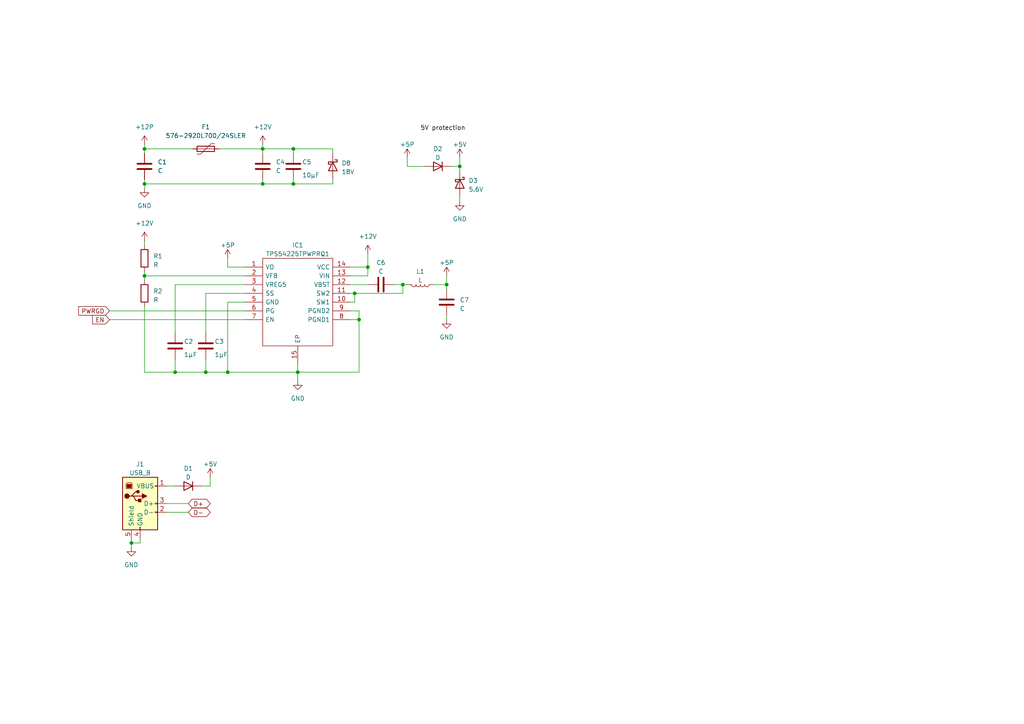
<source format=kicad_sch>
(kicad_sch (version 20220103) (generator eeschema)
  (paper "A4")
  (lib_symbols
    (symbol "Connector:USB_B" (pin_names (offset 1.016))
      (property "Reference" "J" (at -5.08 11.43 0))
      (property "Value" "USB_B" (at -5.08 8.89 0))
      (symbol "USB_B_0_1"
        (rectangle (start -5.08 -7.62) (end 5.08 7.62) (stroke (width 0.254)) (fill (type background)))
        (circle (center -3.81 2.159) (radius 0.635) (stroke (width 0.254)) (fill (type outline)))
        (rectangle (start -3.81 5.588) (end -2.54 4.572) (fill (type outline)))
        (circle (center -0.635 3.429) (radius 0.381) (stroke (width 0.254)) (fill (type outline)))
        (rectangle (start -0.127 -7.62) (end 0.127 -6.858))
        (polyline (pts (xy -1.905 2.159) (xy 0.635 2.159)) (stroke (width 0.254)))
        (polyline (pts (xy -3.175 2.159) (xy -2.54 2.159) (xy -1.27 3.429) (xy -0.635 3.429)) (stroke (width 0.254)))
        (polyline (pts (xy -2.54 2.159) (xy -1.905 2.159) (xy -1.27 0.889) (xy 0 0.889)) (stroke (width 0.254)))
        (polyline (pts (xy 0.635 2.794) (xy 0.635 1.524) (xy 1.905 2.159) (xy 0.635 2.794)) (stroke (width 0.254)) (fill (type outline)))
        (polyline (pts (xy -4.064 4.318) (xy -2.286 4.318) (xy -2.286 5.715) (xy -2.667 6.096) (xy -3.683 6.096) (xy -4.064 5.715) (xy -4.064 4.318)))
        (rectangle (start 0.254 1.27) (end -0.508 0.508) (stroke (width 0.254)) (fill (type outline)))
        (rectangle (start 5.08 -2.667) (end 4.318 -2.413))
        (rectangle (start 5.08 -0.127) (end 4.318 0.127))
        (rectangle (start 5.08 4.953) (end 4.318 5.207))
      )
      (symbol "USB_B_1_1"
        (pin power_out line (at 7.62 5.08 180) (length 2.54) (name "VBUS") (number "1"))
        (pin bidirectional line (at 7.62 -2.54 180) (length 2.54) (name "D-") (number "2"))
        (pin bidirectional line (at 7.62 0 180) (length 2.54) (name "D+") (number "3"))
        (pin power_out line (at 0 -10.16 90) (length 2.54) (name "GND") (number "4"))
        (pin passive line (at -2.54 -10.16 90) (length 2.54) (name "Shield") (number "5"))
      )
    )
    (symbol "Device:C" (pin_numbers hide) (pin_names (offset 0.254))
      (property "Reference" "C" (at 0.635 2.54 0))
      (property "Value" "C" (at 0.635 -2.54 0))
      (symbol "C_0_1"
        (polyline (pts (xy -2.032 -0.762) (xy 2.032 -0.762)) (stroke (width 0.508)))
        (polyline (pts (xy -2.032 0.762) (xy 2.032 0.762)) (stroke (width 0.508)))
      )
      (symbol "C_1_1"
        (pin passive line (at 0 3.81 270) (length 2.794) (name "~") (number "1"))
        (pin passive line (at 0 -3.81 90) (length 2.794) (name "~") (number "2"))
      )
    )
    (symbol "Device:D" (pin_numbers hide) (pin_names (offset 1.016) hide)
      (property "Reference" "D" (at 0 2.54 0))
      (property "Value" "D" (at 0 -2.54 0))
      (symbol "D_0_1"
        (polyline (pts (xy -1.27 1.27) (xy -1.27 -1.27)) (stroke (width 0.254)))
        (polyline (pts (xy 1.27 0) (xy -1.27 0)))
        (polyline (pts (xy 1.27 1.27) (xy 1.27 -1.27) (xy -1.27 0) (xy 1.27 1.27)) (stroke (width 0.254)))
      )
      (symbol "D_1_1"
        (pin passive line (at -3.81 0 0) (length 2.54) (name "K") (number "1"))
        (pin passive line (at 3.81 0 180) (length 2.54) (name "A") (number "2"))
      )
    )
    (symbol "Device:D_Schottky" (pin_numbers hide) (pin_names (offset 1.016) hide)
      (property "Reference" "D" (at 0 2.54 0))
      (property "Value" "D_Schottky" (at 0 -2.54 0))
      (symbol "D_Schottky_0_1"
        (polyline (pts (xy 1.27 0) (xy -1.27 0)))
        (polyline (pts (xy 1.27 1.27) (xy 1.27 -1.27) (xy -1.27 0) (xy 1.27 1.27)) (stroke (width 0.254)))
        (polyline (pts (xy -1.905 0.635) (xy -1.905 1.27) (xy -1.27 1.27) (xy -1.27 -1.27) (xy -0.635 -1.27) (xy -0.635 -0.635)) (stroke (width 0.254)))
      )
      (symbol "D_Schottky_1_1"
        (pin passive line (at -3.81 0 0) (length 2.54) (name "K") (number "1"))
        (pin passive line (at 3.81 0 180) (length 2.54) (name "A") (number "2"))
      )
    )
    (symbol "Device:L" (pin_numbers hide) (pin_names (offset 1.016) hide)
      (property "Reference" "L" (at -1.27 0 90))
      (property "Value" "L" (at 1.905 0 90))
      (symbol "L_0_1"
        (arc (start 0 -2.54) (mid 0.635 -1.905) (end 0 -1.27))
        (arc (start 0 -1.27) (mid 0.635 -0.635) (end 0 0))
        (arc (start 0 0) (mid 0.635 0.635) (end 0 1.27))
        (arc (start 0 1.27) (mid 0.635 1.905) (end 0 2.54))
      )
      (symbol "L_1_1"
        (pin passive line (at 0 3.81 270) (length 1.27) (name "1") (number "1"))
        (pin passive line (at 0 -3.81 90) (length 1.27) (name "2") (number "2"))
      )
    )
    (symbol "Device:Polyfuse" (pin_numbers hide) (pin_names (offset 0))
      (property "Reference" "F" (at -2.54 0 90))
      (property "Value" "Polyfuse" (at 2.54 0 90))
      (symbol "Polyfuse_0_1"
        (rectangle (start -0.762 2.54) (end 0.762 -2.54) (stroke (width 0.254)))
        (polyline (pts (xy 0 2.54) (xy 0 -2.54)))
        (polyline (pts (xy -1.524 2.54) (xy -1.524 1.524) (xy 1.524 -1.524) (xy 1.524 -2.54)))
      )
      (symbol "Polyfuse_1_1"
        (pin passive line (at 0 3.81 270) (length 1.27) (name "~") (number "1"))
        (pin passive line (at 0 -3.81 90) (length 1.27) (name "~") (number "2"))
      )
    )
    (symbol "Device:R" (pin_numbers hide) (pin_names (offset 0))
      (property "Reference" "R" (at 2.032 0 90))
      (property "Value" "R" (at 0 0 90))
      (symbol "R_0_1"
        (rectangle (start -1.016 -2.54) (end 1.016 2.54) (stroke (width 0.254)))
      )
      (symbol "R_1_1"
        (pin passive line (at 0 3.81 270) (length 1.27) (name "~") (number "1"))
        (pin passive line (at 0 -3.81 90) (length 1.27) (name "~") (number "2"))
      )
    )
    (symbol "TPS54225TPWPRQ1:TPS54225TPWPRQ1" (pin_names (offset 0.762))
      (property "Reference" "IC" (at 26.67 7.62 0))
      (property "Value" "TPS54225TPWPRQ1" (at 26.67 5.08 0))
      (symbol "TPS54225TPWPRQ1_0_0"
        (pin passive line (at 0 0 0) (length 5.08) (name "VO") (number "1"))
        (pin passive line (at 30.48 -10.16 180) (length 5.08) (name "SW1") (number "10"))
        (pin passive line (at 30.48 -7.62 180) (length 5.08) (name "SW2") (number "11"))
        (pin passive line (at 30.48 -5.08 180) (length 5.08) (name "VBST") (number "12"))
        (pin passive line (at 30.48 -2.54 180) (length 5.08) (name "VIN") (number "13"))
        (pin passive line (at 30.48 0 180) (length 5.08) (name "VCC") (number "14"))
        (pin passive line (at 15.24 -27.94 90) (length 5.08) (name "EP") (number "15"))
        (pin passive line (at 0 -2.54 0) (length 5.08) (name "VFB") (number "2"))
        (pin passive line (at 0 -5.08 0) (length 5.08) (name "VREG5") (number "3"))
        (pin passive line (at 0 -7.62 0) (length 5.08) (name "SS") (number "4"))
        (pin passive line (at 0 -10.16 0) (length 5.08) (name "GND") (number "5"))
        (pin passive line (at 0 -12.7 0) (length 5.08) (name "PG") (number "6"))
        (pin passive line (at 0 -15.24 0) (length 5.08) (name "EN") (number "7"))
        (pin passive line (at 30.48 -15.24 180) (length 5.08) (name "PGND1") (number "8"))
        (pin passive line (at 30.48 -12.7 180) (length 5.08) (name "PGND2") (number "9"))
      )
      (symbol "TPS54225TPWPRQ1_0_1"
        (polyline (pts (xy 5.08 2.54) (xy 25.4 2.54) (xy 25.4 -22.86) (xy 5.08 -22.86) (xy 5.08 2.54)) (stroke (width 0.1524)))
      )
    )
    (symbol "power:+12P" (power) (pin_names (offset 0))
      (property "Value" "+12P" (at 0 3.556 0))
      (symbol "+12P_0_1"
        (polyline (pts (xy -0.762 1.27) (xy 0 2.54)))
        (polyline (pts (xy 0 0) (xy 0 2.54)))
        (polyline (pts (xy 0 2.54) (xy 0.762 1.27)))
      )
      (symbol "+12P_1_1"
        (pin power_in line (at 0 0 90) (length 0) hide (name "+12P") (number "1"))
      )
    )
    (symbol "power:+12V" (power) (pin_names (offset 0))
      (property "Value" "+12V" (at 0 3.556 0))
      (symbol "+12V_0_1"
        (polyline (pts (xy -0.762 1.27) (xy 0 2.54)))
        (polyline (pts (xy 0 0) (xy 0 2.54)))
        (polyline (pts (xy 0 2.54) (xy 0.762 1.27)))
      )
      (symbol "+12V_1_1"
        (pin power_in line (at 0 0 90) (length 0) hide (name "+12V") (number "1"))
      )
    )
    (symbol "power:+5P" (power) (pin_names (offset 0))
      (property "Value" "+5P" (at 0 3.556 0))
      (symbol "+5P_0_1"
        (polyline (pts (xy -0.762 1.27) (xy 0 2.54)))
        (polyline (pts (xy 0 0) (xy 0 2.54)))
        (polyline (pts (xy 0 2.54) (xy 0.762 1.27)))
      )
      (symbol "+5P_1_1"
        (pin power_in line (at 0 0 90) (length 0) hide (name "+5P") (number "1"))
      )
    )
    (symbol "power:+5V" (power) (pin_names (offset 0))
      (property "Value" "+5V" (at 0 3.556 0))
      (symbol "+5V_0_1"
        (polyline (pts (xy -0.762 1.27) (xy 0 2.54)))
        (polyline (pts (xy 0 0) (xy 0 2.54)))
        (polyline (pts (xy 0 2.54) (xy 0.762 1.27)))
      )
      (symbol "+5V_1_1"
        (pin power_in line (at 0 0 90) (length 0) hide (name "+5V") (number "1"))
      )
    )
    (symbol "power:GND" (power) (pin_names (offset 0))
      (property "Value" "GND" (at 0 -3.81 0))
      (symbol "GND_0_1"
        (polyline (pts (xy 0 0) (xy 0 -1.27) (xy 1.27 -1.27) (xy 0 -2.54) (xy -1.27 -1.27) (xy 0 -1.27)))
      )
      (symbol "GND_1_1"
        (pin power_in line (at 0 0 270) (length 0) hide (name "GND") (number "1"))
      )
    )
  )
  (junction (at 85.09 43.18))
  (junction (at 50.8 107.95))
  (junction (at 38.1 157.48))
  (junction (at 59.69 107.95))
  (junction (at 85.09 53.34))
  (junction (at 104.14 92.71))
  (junction (at 41.91 43.18))
  (junction (at 41.91 53.34))
  (junction (at 129.54 82.55))
  (junction (at 66.04 107.95))
  (junction (at 41.91 80.01))
  (junction (at 116.84 82.55))
  (junction (at 86.36 107.95))
  (junction (at 133.35 48.26))
  (junction (at 102.87 85.09))
  (junction (at 76.2 43.18))
  (junction (at 106.68 77.47))
  (junction (at 76.2 53.34))
  (wire (pts (xy 66.04 107.95) (xy 86.36 107.95)))
  (wire (pts (xy 59.69 107.95) (xy 66.04 107.95)))
  (wire (pts (xy 59.69 85.09) (xy 59.69 96.52)))
  (wire (pts (xy 133.35 48.26) (xy 130.81 48.26)))
  (wire (pts (xy 129.54 82.55) (xy 129.54 80.01)))
  (wire (pts (xy 41.91 53.34) (xy 41.91 54.61)))
  (wire (pts (xy 41.91 88.9) (xy 41.91 107.95)))
  (wire (pts (xy 129.54 91.44) (xy 129.54 92.71)))
  (wire (pts (xy 133.35 45.72) (xy 133.35 48.26)))
  (wire (pts (xy 38.1 156.21) (xy 38.1 157.48)))
  (wire (pts (xy 58.42 140.97) (xy 60.96 140.97)))
  (wire (pts (xy 101.6 80.01) (xy 106.68 80.01)))
  (wire (pts (xy 41.91 107.95) (xy 50.8 107.95)))
  (wire (pts (xy 102.87 85.09) (xy 116.84 85.09)))
  (wire (pts (xy 66.04 77.47) (xy 66.04 74.93)))
  (wire (pts (xy 118.11 48.26) (xy 123.19 48.26)))
  (wire (pts (xy 86.36 107.95) (xy 86.36 110.49)))
  (wire (pts (xy 106.68 80.01) (xy 106.68 77.47)))
  (wire (pts (xy 41.91 69.85) (xy 41.91 71.12)))
  (wire (pts (xy 106.68 73.66) (xy 106.68 77.47)))
  (wire (pts (xy 40.64 156.21) (xy 40.64 157.48)))
  (wire (pts (xy 96.52 52.07) (xy 96.52 53.34)))
  (wire (pts (xy 101.6 92.71) (xy 104.14 92.71)))
  (wire (pts (xy 101.6 85.09) (xy 102.87 85.09)))
  (wire (pts (xy 125.73 82.55) (xy 129.54 82.55)))
  (wire (pts (xy 118.11 45.72) (xy 118.11 48.26)))
  (wire (pts (xy 116.84 85.09) (xy 116.84 82.55)))
  (wire (pts (xy 71.12 87.63) (xy 66.04 87.63)))
  (wire (pts (xy 31.75 90.17) (xy 71.12 90.17)))
  (wire (pts (xy 102.87 87.63) (xy 102.87 85.09)))
  (wire (pts (xy 106.68 77.47) (xy 101.6 77.47)))
  (wire (pts (xy 129.54 82.55) (xy 129.54 83.82)))
  (wire (pts (xy 50.8 107.95) (xy 59.69 107.95)))
  (wire (pts (xy 50.8 104.14) (xy 50.8 107.95)))
  (wire (pts (xy 71.12 77.47) (xy 66.04 77.47)))
  (wire (pts (xy 71.12 82.55) (xy 50.8 82.55)))
  (wire (pts (xy 86.36 107.95) (xy 86.36 105.41)))
  (wire (pts (xy 48.26 148.59) (xy 54.61 148.59)))
  (wire (pts (xy 104.14 92.71) (xy 104.14 107.95)))
  (wire (pts (xy 85.09 53.34) (xy 76.2 53.34)))
  (wire (pts (xy 96.52 53.34) (xy 85.09 53.34)))
  (wire (pts (xy 41.91 43.18) (xy 41.91 44.45)))
  (wire (pts (xy 59.69 104.14) (xy 59.69 107.95)))
  (wire (pts (xy 76.2 43.18) (xy 76.2 44.45)))
  (wire (pts (xy 133.35 48.26) (xy 133.35 49.53)))
  (wire (pts (xy 41.91 80.01) (xy 71.12 80.01)))
  (wire (pts (xy 85.09 44.45) (xy 85.09 43.18)))
  (wire (pts (xy 101.6 90.17) (xy 104.14 90.17)))
  (wire (pts (xy 76.2 43.18) (xy 85.09 43.18)))
  (wire (pts (xy 41.91 80.01) (xy 41.91 81.28)))
  (wire (pts (xy 41.91 78.74) (xy 41.91 80.01)))
  (wire (pts (xy 133.35 57.15) (xy 133.35 58.42)))
  (wire (pts (xy 41.91 53.34) (xy 76.2 53.34)))
  (wire (pts (xy 76.2 52.07) (xy 76.2 53.34)))
  (wire (pts (xy 41.91 52.07) (xy 41.91 53.34)))
  (wire (pts (xy 116.84 82.55) (xy 114.3 82.55)))
  (wire (pts (xy 48.26 146.05) (xy 54.61 146.05)))
  (wire (pts (xy 85.09 52.07) (xy 85.09 53.34)))
  (wire (pts (xy 60.96 140.97) (xy 60.96 138.43)))
  (wire (pts (xy 76.2 41.91) (xy 76.2 43.18)))
  (wire (pts (xy 76.2 43.18) (xy 63.5 43.18)))
  (wire (pts (xy 96.52 43.18) (xy 85.09 43.18)))
  (wire (pts (xy 66.04 87.63) (xy 66.04 107.95)))
  (wire (pts (xy 31.75 92.71) (xy 71.12 92.71)))
  (wire (pts (xy 101.6 82.55) (xy 106.68 82.55)))
  (wire (pts (xy 48.26 140.97) (xy 50.8 140.97)))
  (wire (pts (xy 96.52 44.45) (xy 96.52 43.18)))
  (wire (pts (xy 104.14 90.17) (xy 104.14 92.71)))
  (wire (pts (xy 116.84 82.55) (xy 118.11 82.55)))
  (wire (pts (xy 40.64 157.48) (xy 38.1 157.48)))
  (wire (pts (xy 71.12 85.09) (xy 59.69 85.09)))
  (wire (pts (xy 101.6 87.63) (xy 102.87 87.63)))
  (wire (pts (xy 38.1 157.48) (xy 38.1 158.75)))
  (wire (pts (xy 41.91 43.18) (xy 55.88 43.18)))
  (wire (pts (xy 41.91 41.91) (xy 41.91 43.18)))
  (wire (pts (xy 104.14 107.95) (xy 86.36 107.95)))
  (wire (pts (xy 50.8 82.55) (xy 50.8 96.52)))
  (label "5V protection" (at 121.92 38.1 0))
  (global_label "D-" (shape bidirectional) (at 54.61 148.59 0) (property "Références de Feuilles" "${INTERSHEET_REFS}" (at 61.1631 148.59 0) (effects (justify left))))
  (global_label "PWRGD" (shape input) (at 31.75 90.17 180) (property "Références de Feuilles" "${INTERSHEET_REFS}" (at 22.6527 90.17 0) (effects (justify right))))
  (global_label "D+" (shape bidirectional) (at 54.61 146.05 0) (property "Références de Feuilles" "${INTERSHEET_REFS}" (at 61.1631 146.05 0) (effects (justify left))))
  (global_label "EN" (shape input) (at 31.75 92.71 180) (property "Références de Feuilles" "${INTERSHEET_REFS}" (at 26.6711 92.71 0) (effects (justify right))))
  (symbol (lib_id "Device:Polyfuse") (at 59.69 43.18 90) (unit 1)
    (property "Reference" "F1" (at 59.69 36.83 90))
    (property "Value" " 576-2920L700/24SLER " (at 59.69 39.37 90))
    (property "Footprint" "Fuse:Fuse_2920_7451Metric" (effects hide))
  )
  (symbol (lib_id "Device:D_Schottky") (at 133.35 53.34 270) (unit 1)
    (property "Reference" "D3" (at 135.89 52.3875 90) (effects (justify left)))
    (property "Value" "5.6V" (at 135.89 54.9275 90) (effects (justify left)))
  )
  (symbol (lib_id "Device:C") (at 50.8 100.33 180) (unit 1)
    (property "Reference" "C2" (at 53.34 99.06 0) (effects (justify right)))
    (property "Value" "1μF" (at 53.34 102.87 0) (effects (justify right)))
    (property "Footprint" "Capacitor_SMD:C_1206_3216Metric" (effects hide))
  )
  (symbol (lib_id "power:GND") (at 86.36 110.49 0) (unit 1)
    (property "Reference" "#PWR0101" (effects hide))
    (property "Value" "GND" (at 86.36 115.57 0))
  )
  (symbol (lib_id "Device:C") (at 110.49 82.55 90) (unit 1)
    (property "Reference" "C6" (at 110.49 76.2 90))
    (property "Value" "C" (at 110.49 78.74 90))
    (property "Footprint" "Capacitor_SMD:C_1206_3216Metric" (effects hide))
  )
  (symbol (lib_id "Device:C") (at 59.69 100.33 180) (unit 1)
    (property "Reference" "C3" (at 62.23 99.06 0) (effects (justify right)))
    (property "Value" "1μF" (at 62.23 102.87 0) (effects (justify right)))
    (property "Footprint" "Capacitor_SMD:C_1206_3216Metric" (effects hide))
  )
  (symbol (lib_id "TPS54225TPWPRQ1:TPS54225TPWPRQ1") (at 71.12 77.47 0) (unit 1)
    (property "Reference" "IC1" (at 86.36 71.12 0))
    (property "Value" "TPS54225TPWPRQ1" (at 86.36 73.66 0))
    (property "Footprint" "SOP65P640X120-15N" (effects hide))
    (property "Datasheet" "http://www.ti.com/lit/gpn/tps54225-q1" (effects hide))
    (property "Description" "Automotive 4.5V to 18V, 2A Synchronous Buck Converter with DCAP2 Mode" (effects hide))
    (property "Height" "1.2" (effects hide))
    (property "Mouser Part Number" "595-TPS54225TPWPRQ1" (effects hide))
    (property "Mouser Price/Stock" "https://www.mouser.co.uk/ProductDetail/Texas-Instruments/TPS54225TPWPRQ1?qs=UlfnwZ2x8nQ9L%2FXwA%2FkwUA%3D%3D" (effects hide))
    (property "Manufacturer_Name" "Texas Instruments" (effects hide))
    (property "Manufacturer_Part_Number" "TPS54225TPWPRQ1" (effects hide))
  )
  (symbol (lib_id "Connector:USB_B") (at 40.64 146.05 0) (unit 1)
    (property "Reference" "J1" (at 40.64 134.62 0))
    (property "Value" "USB_B" (at 40.64 137.16 0))
    (property "Datasheet" " ~" (effects hide))
  )
  (symbol (lib_id "Device:D_Schottky") (at 96.52 48.26 270) (unit 1)
    (property "Reference" "D8" (at 99.06 47.3075 90) (effects (justify left)))
    (property "Value" "18V" (at 99.06 49.8475 90) (effects (justify left)))
  )
  (symbol (lib_id "power:+12P") (at 41.91 41.91 0) (unit 1)
    (property "Reference" "#PWR0109" (effects hide))
    (property "Value" "+12P" (at 41.91 36.83 0))
  )
  (symbol (lib_id "power:+12V") (at 76.2 41.91 0) (unit 1)
    (property "Reference" "#PWR0108" (effects hide))
    (property "Value" "+12V" (at 76.2 36.83 0))
  )
  (symbol (lib_id "power:GND") (at 41.91 54.61 0) (unit 1)
    (property "Reference" "#PWR0105" (effects hide))
    (property "Value" "GND" (at 41.91 59.69 0))
  )
  (symbol (lib_id "power:GND") (at 38.1 158.75 0) (unit 1)
    (property "Reference" "#PWR0102" (effects hide))
    (property "Value" "GND" (at 38.1 163.83 0))
  )
  (symbol (lib_id "power:+12V") (at 106.68 73.66 0) (unit 1)
    (property "Reference" "#PWR0104" (effects hide))
    (property "Value" "+12V" (at 106.68 68.58 0))
  )
  (symbol (lib_id "Device:C") (at 41.91 48.26 0) (unit 1)
    (property "Reference" "C1" (at 45.72 46.9899 0) (effects (justify left)))
    (property "Value" "C" (at 45.72 49.5299 0) (effects (justify left)))
    (property "Footprint" "Capacitor_SMD:C_1206_3216Metric" (effects hide))
  )
  (symbol (lib_id "Device:R") (at 41.91 74.93 0) (unit 1)
    (property "Reference" "R1" (at 44.45 74.295 0) (effects (justify left)))
    (property "Value" "R" (at 44.45 76.835 0) (effects (justify left)))
  )
  (symbol (lib_id "power:+5P") (at 129.54 80.01 0) (unit 1)
    (property "Reference" "#PWR0110" (effects hide))
    (property "Value" "+5P" (at 129.54 76.2 0))
  )
  (symbol (lib_id "power:+5V") (at 60.96 138.43 0) (unit 1)
    (property "Reference" "#PWR0103" (effects hide))
    (property "Value" "+5V" (at 60.96 134.62 0))
  )
  (symbol (lib_id "Device:C") (at 76.2 48.26 0) (unit 1)
    (property "Reference" "C4" (at 80.01 46.9899 0) (effects (justify left)))
    (property "Value" "C" (at 80.01 49.5299 0) (effects (justify left)))
    (property "Footprint" "Capacitor_SMD:C_1206_3216Metric" (effects hide))
  )
  (symbol (lib_id "Device:C") (at 129.54 87.63 180) (unit 1)
    (property "Reference" "C7" (at 133.35 86.995 0) (effects (justify right)))
    (property "Value" "C" (at 133.35 89.535 0) (effects (justify right)))
    (property "Footprint" "Capacitor_SMD:C_1206_3216Metric" (effects hide))
  )
  (symbol (lib_id "Device:D") (at 127 48.26 180) (unit 1)
    (property "Reference" "D2" (at 127 43.18 0))
    (property "Value" "D" (at 127 45.72 0))
  )
  (symbol (lib_id "power:+12V") (at 41.91 69.85 0) (unit 1)
    (property "Reference" "#PWR0106" (effects hide))
    (property "Value" "+12V" (at 41.91 64.77 0))
  )
  (symbol (lib_id "power:+5V") (at 133.35 45.72 0) (unit 1)
    (property "Reference" "#PWR0112" (effects hide))
    (property "Value" "+5V" (at 133.35 41.91 0))
  )
  (symbol (lib_id "power:+5P") (at 66.04 74.93 0) (unit 1)
    (property "Reference" "#PWR0107" (effects hide))
    (property "Value" "+5P" (at 66.04 71.12 0))
  )
  (symbol (lib_id "power:+5P") (at 118.11 45.72 0) (unit 1)
    (property "Reference" "#PWR0113" (effects hide))
    (property "Value" "+5P" (at 118.11 41.91 0))
  )
  (symbol (lib_id "power:GND") (at 133.35 58.42 0) (unit 1)
    (property "Reference" "#PWR0114" (effects hide))
    (property "Value" "GND" (at 133.35 63.5 0))
  )
  (symbol (lib_id "Device:R") (at 41.91 85.09 0) (unit 1)
    (property "Reference" "R2" (at 44.45 84.455 0) (effects (justify left)))
    (property "Value" "R" (at 44.45 86.995 0) (effects (justify left)))
  )
  (symbol (lib_id "Device:L") (at 121.92 82.55 270) (unit 1)
    (property "Reference" "L1" (at 121.92 78.74 90))
    (property "Value" "L" (at 121.92 81.28 90))
  )
  (symbol (lib_id "Device:C") (at 85.09 48.26 180) (unit 1)
    (property "Reference" "C5" (at 87.63 46.99 0) (effects (justify right)))
    (property "Value" "10μF" (at 87.63 50.8 0) (effects (justify right)))
    (property "Footprint" "Capacitor_SMD:C_1206_3216Metric" (effects hide))
  )
  (symbol (lib_id "Device:D") (at 54.61 140.97 180) (unit 1)
    (property "Reference" "D1" (at 54.61 135.89 0))
    (property "Value" "D" (at 54.61 138.43 0))
  )
  (symbol (lib_id "power:GND") (at 129.54 92.71 0) (unit 1)
    (property "Reference" "#PWR0111" (effects hide))
    (property "Value" "GND" (at 129.54 97.79 0))
  )
)
</source>
